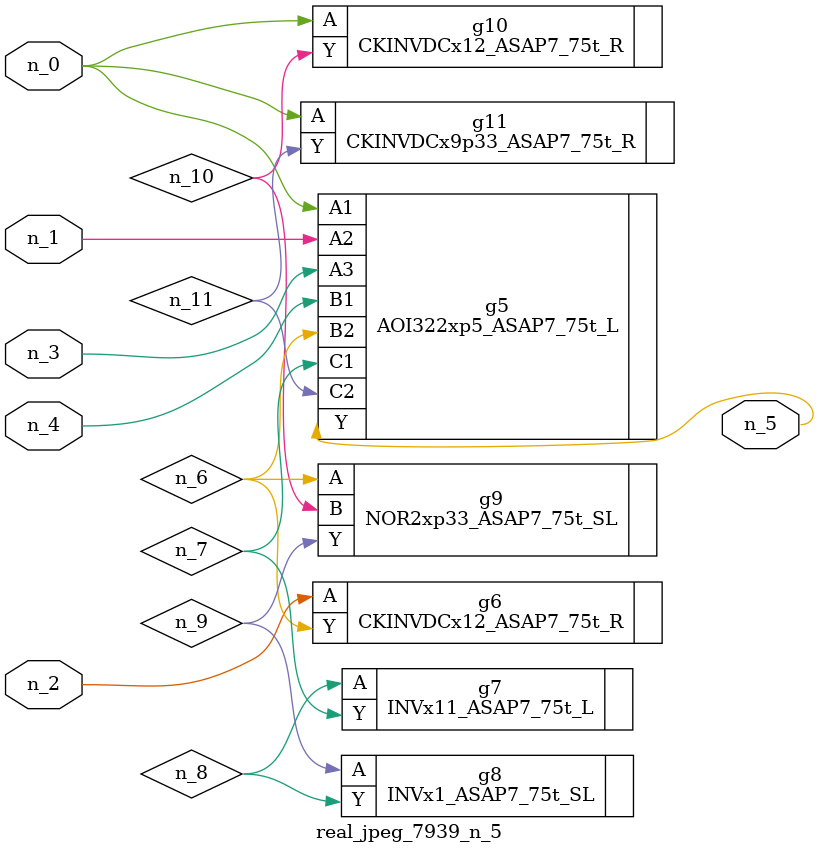
<source format=v>
module real_jpeg_7939_n_5 (n_4, n_0, n_1, n_2, n_3, n_5);

input n_4;
input n_0;
input n_1;
input n_2;
input n_3;

output n_5;

wire n_8;
wire n_11;
wire n_6;
wire n_7;
wire n_10;
wire n_9;

AOI322xp5_ASAP7_75t_L g5 ( 
.A1(n_0),
.A2(n_1),
.A3(n_3),
.B1(n_4),
.B2(n_6),
.C1(n_7),
.C2(n_11),
.Y(n_5)
);

CKINVDCx12_ASAP7_75t_R g10 ( 
.A(n_0),
.Y(n_10)
);

CKINVDCx9p33_ASAP7_75t_R g11 ( 
.A(n_0),
.Y(n_11)
);

CKINVDCx12_ASAP7_75t_R g6 ( 
.A(n_2),
.Y(n_6)
);

NOR2xp33_ASAP7_75t_SL g9 ( 
.A(n_6),
.B(n_10),
.Y(n_9)
);

INVx11_ASAP7_75t_L g7 ( 
.A(n_8),
.Y(n_7)
);

INVx1_ASAP7_75t_SL g8 ( 
.A(n_9),
.Y(n_8)
);


endmodule
</source>
